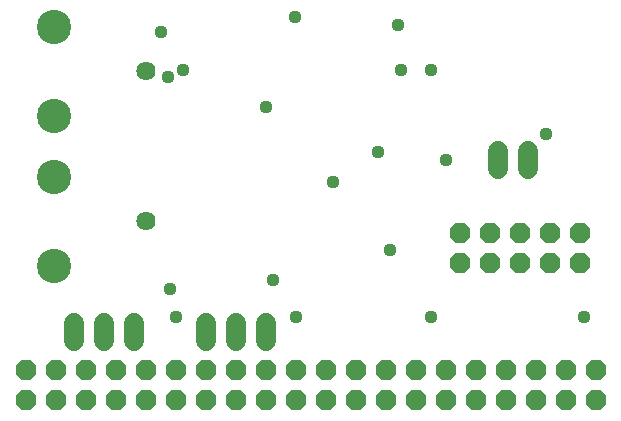
<source format=gbs>
G75*
%MOIN*%
%OFA0B0*%
%FSLAX25Y25*%
%IPPOS*%
%LPD*%
%AMOC8*
5,1,8,0,0,1.08239X$1,22.5*
%
%ADD10OC8,0.06800*%
%ADD11C,0.06800*%
%ADD12C,0.06400*%
%ADD13C,0.11450*%
%ADD14C,0.04400*%
D10*
X0051000Y0013500D03*
X0061000Y0013500D03*
X0071000Y0013500D03*
X0081000Y0013500D03*
X0091000Y0013500D03*
X0101000Y0013500D03*
X0111000Y0013500D03*
X0121000Y0013500D03*
X0131000Y0013500D03*
X0141000Y0013500D03*
X0151000Y0013500D03*
X0161000Y0013500D03*
X0171000Y0013500D03*
X0181000Y0013500D03*
X0191000Y0013500D03*
X0201000Y0013500D03*
X0211000Y0013500D03*
X0221000Y0013500D03*
X0231000Y0013500D03*
X0241000Y0013500D03*
X0241000Y0023500D03*
X0231000Y0023500D03*
X0221000Y0023500D03*
X0211000Y0023500D03*
X0201000Y0023500D03*
X0191000Y0023500D03*
X0181000Y0023500D03*
X0171000Y0023500D03*
X0161000Y0023500D03*
X0151000Y0023500D03*
X0141000Y0023500D03*
X0131000Y0023500D03*
X0121000Y0023500D03*
X0111000Y0023500D03*
X0101000Y0023500D03*
X0091000Y0023500D03*
X0081000Y0023500D03*
X0071000Y0023500D03*
X0061000Y0023500D03*
X0051000Y0023500D03*
X0195575Y0059071D03*
X0205575Y0059071D03*
X0215575Y0059071D03*
X0225575Y0059071D03*
X0235575Y0059071D03*
X0235575Y0069071D03*
X0225575Y0069071D03*
X0215575Y0069071D03*
X0205575Y0069071D03*
X0195575Y0069071D03*
D11*
X0208500Y0090500D02*
X0208500Y0096500D01*
X0218500Y0096500D02*
X0218500Y0090500D01*
X0131000Y0039000D02*
X0131000Y0033000D01*
X0121000Y0033000D02*
X0121000Y0039000D01*
X0111000Y0039000D02*
X0111000Y0033000D01*
X0087000Y0033000D02*
X0087000Y0039000D01*
X0077000Y0039000D02*
X0077000Y0033000D01*
X0067000Y0033000D02*
X0067000Y0039000D01*
D12*
X0091000Y0073000D03*
X0091000Y0123000D03*
D13*
X0060291Y0108039D03*
X0060291Y0087961D03*
X0060291Y0058039D03*
X0060291Y0137961D03*
D14*
X0096000Y0136000D03*
X0103500Y0123500D03*
X0098500Y0121000D03*
X0131000Y0111000D03*
X0168500Y0096000D03*
X0153500Y0086000D03*
X0172500Y0063500D03*
X0186000Y0041000D03*
X0141000Y0041000D03*
X0133500Y0053500D03*
X0101000Y0041000D03*
X0099000Y0050500D03*
X0191000Y0093500D03*
X0224500Y0102000D03*
X0186000Y0123500D03*
X0176000Y0123500D03*
X0175000Y0138500D03*
X0140750Y0141000D03*
X0237000Y0041000D03*
M02*

</source>
